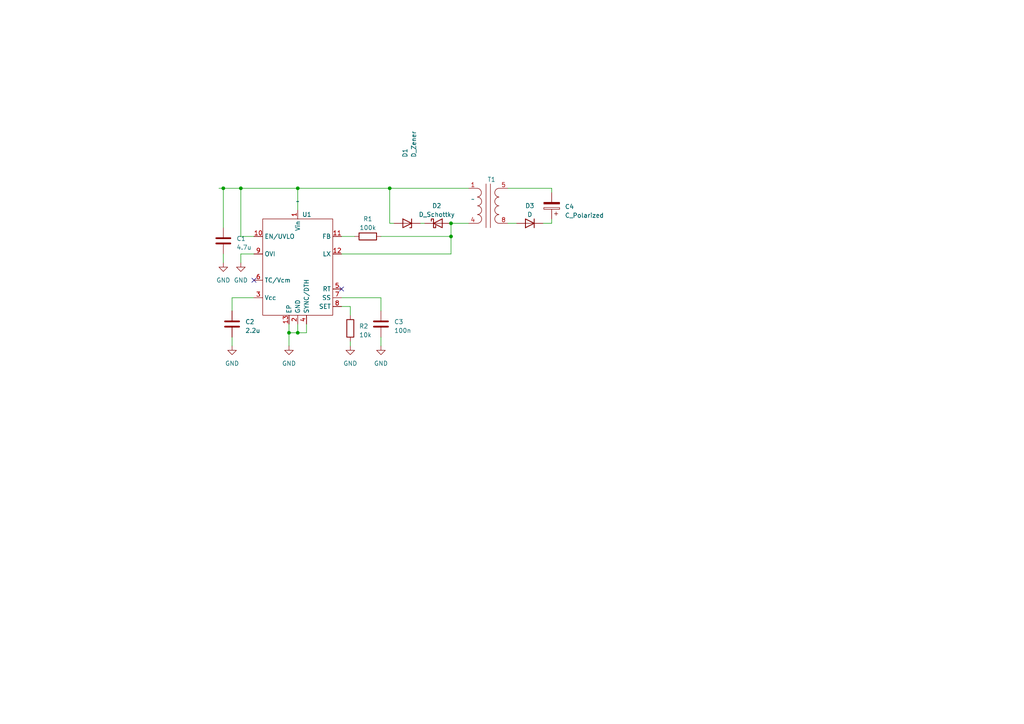
<source format=kicad_sch>
(kicad_sch (version 20230121) (generator eeschema)
  (paper "A4")
  (lib_symbols
    (symbol "Device:C" (pin_numbers hide) (pin_names (offset 0.254))
      (property "Reference" "C" (at 0.635 2.54 0))
      (property "Value" "C" (at 0.635 -2.54 0))
      (symbol "C_0_1"
        (polyline (pts (xy -2.032 -0.762) (xy 2.032 -0.762)) (stroke (width 0.508)))
        (polyline (pts (xy -2.032 0.762) (xy 2.032 0.762)) (stroke (width 0.508)))
      )
      (symbol "C_1_1"
        (pin passive line (at 0 3.81 270) (length 2.794) (name "~") (number "1"))
        (pin passive line (at 0 -3.81 90) (length 2.794) (name "~") (number "2"))
      )
    )
    (symbol "Device:C_Polarized" (pin_numbers hide) (pin_names (offset 0.254))
      (property "Reference" "C" (at 0.635 2.54 0))
      (property "Value" "C_Polarized" (at 0.635 -2.54 0))
      (symbol "C_Polarized_0_1"
        (rectangle (start -2.286 0.508) (end 2.286 1.016))
        (polyline (pts (xy -1.778 2.286) (xy -0.762 2.286)))
        (polyline (pts (xy -1.27 2.794) (xy -1.27 1.778)))
        (rectangle (start 2.286 -0.508) (end -2.286 -1.016) (fill (type outline)))
      )
      (symbol "C_Polarized_1_1"
        (pin passive line (at 0 3.81 270) (length 2.794) (name "~") (number "1"))
        (pin passive line (at 0 -3.81 90) (length 2.794) (name "~") (number "2"))
      )
    )
    (symbol "Device:D" (pin_numbers hide) (pin_names (offset 1.016) hide)
      (property "Reference" "D" (at 0 2.54 0))
      (property "Value" "D" (at 0 -2.54 0))
      (symbol "D_0_1"
        (polyline (pts (xy -1.27 1.27) (xy -1.27 -1.27)) (stroke (width 0.254)))
        (polyline (pts (xy 1.27 0) (xy -1.27 0)))
        (polyline (pts (xy 1.27 1.27) (xy 1.27 -1.27) (xy -1.27 0) (xy 1.27 1.27)) (stroke (width 0.254)))
      )
      (symbol "D_1_1"
        (pin passive line (at -3.81 0 0) (length 2.54) (name "K") (number "1"))
        (pin passive line (at 3.81 0 180) (length 2.54) (name "A") (number "2"))
      )
    )
    (symbol "Device:D_Schottky" (pin_numbers hide) (pin_names (offset 1.016) hide)
      (property "Reference" "D" (at 0 2.54 0))
      (property "Value" "D_Schottky" (at 0 -2.54 0))
      (symbol "D_Schottky_0_1"
        (polyline (pts (xy 1.27 0) (xy -1.27 0)))
        (polyline (pts (xy 1.27 1.27) (xy 1.27 -1.27) (xy -1.27 0) (xy 1.27 1.27)) (stroke (width 0.254)))
        (polyline (pts (xy -1.905 0.635) (xy -1.905 1.27) (xy -1.27 1.27) (xy -1.27 -1.27) (xy -0.635 -1.27) (xy -0.635 -0.635)) (stroke (width 0.254)))
      )
      (symbol "D_Schottky_1_1"
        (pin passive line (at -3.81 0 0) (length 2.54) (name "K") (number "1"))
        (pin passive line (at 3.81 0 180) (length 2.54) (name "A") (number "2"))
      )
    )
    (symbol "Device:D_Zener" (pin_numbers hide) (pin_names (offset 1.016) hide)
      (property "Reference" "D" (at 0 2.54 0))
      (property "Value" "D_Zener" (at 0 -2.54 0))
      (symbol "D_Zener_0_1"
        (polyline (pts (xy 1.27 0) (xy -1.27 0)))
        (polyline (pts (xy -1.27 -1.27) (xy -1.27 1.27) (xy -0.762 1.27)) (stroke (width 0.254)))
        (polyline (pts (xy 1.27 -1.27) (xy 1.27 1.27) (xy -1.27 0) (xy 1.27 -1.27)) (stroke (width 0.254)))
      )
      (symbol "D_Zener_1_1"
        (pin passive line (at -3.81 0 0) (length 2.54) (name "K") (number "1"))
        (pin passive line (at 3.81 0 180) (length 2.54) (name "A") (number "2"))
      )
    )
    (symbol "Device:R" (pin_numbers hide) (pin_names (offset 0))
      (property "Reference" "R" (at 2.032 0 90))
      (property "Value" "R" (at 0 0 90))
      (symbol "R_0_1"
        (rectangle (start -1.016 -2.54) (end 1.016 2.54) (stroke (width 0.254)))
      )
      (symbol "R_1_1"
        (pin passive line (at 0 3.81 270) (length 1.27) (name "~") (number "1"))
        (pin passive line (at 0 -3.81 90) (length 1.27) (name "~") (number "2"))
      )
    )
    (symbol "MEMS_IC:MAX17693A"
      (property "Reference" "U" (at 0 0 0))
      (symbol "MAX17693A_1_1"
        (rectangle (start -10.16 -5.08) (end 10.16 -33.02))
        (pin power_in line (at 0 -2.54 270) (length 2.54) (name "Vin") (number "1"))
        (pin input line (at -12.7 -10.16 0) (length 2.54) (name "EN/UVLO") (number "10"))
        (pin input line (at 12.7 -10.16 180) (length 2.54) (name "FB") (number "11"))
        (pin input line (at 12.7 -15.24 180) (length 2.54) (name "LX") (number "12"))
        (pin power_in line (at -2.54 -35.56 90) (length 2.54) (name "EP") (number "13"))
        (pin power_in line (at 0 -35.56 90) (length 2.54) (name "GND") (number "2"))
        (pin power_out line (at -12.7 -27.94 0) (length 2.54) (name "Vcc") (number "3"))
        (pin input line (at 2.54 -35.56 90) (length 2.54) (name "SYNC/DTH") (number "4"))
        (pin input line (at 12.7 -25.4 180) (length 2.54) (name "RT") (number "5"))
        (pin input line (at -12.7 -22.86 0) (length 2.54) (name "TC/Vcm") (number "6"))
        (pin input line (at 12.7 -27.94 180) (length 2.54) (name "SS") (number "7"))
        (pin input line (at 12.7 -30.48 180) (length 2.54) (name "SET") (number "8"))
        (pin input line (at -12.7 -15.24 0) (length 2.54) (name "OVI") (number "9"))
      )
    )
    (symbol "MEMS_Passive:FA2369"
      (property "Reference" "T" (at 0 -6.35 0))
      (symbol "FA2369_0_1"
        (arc (start -3.81 3.81) (mid -2.6187 5.08) (end -3.81 6.35))
        (arc (start -3.7287 -3.81) (mid -2.5374 -2.54) (end -3.7287 -1.27))
        (arc (start -3.7287 -1.27) (mid -2.5374 0) (end -3.7287 1.27))
        (arc (start -3.7287 1.27) (mid -2.5374 2.54) (end -3.7287 3.81))
        (polyline (pts (xy -1.27 7.62) (xy -1.27 -5.08)))
        (polyline (pts (xy 0 7.62) (xy 0 -5.08)))
        (arc (start 2.4587 -1.27) (mid 1.2674 -2.54) (end 2.4587 -3.81))
        (arc (start 2.4587 1.27) (mid 1.2674 0) (end 2.4587 -1.27))
        (arc (start 2.4587 3.81) (mid 1.2674 2.54) (end 2.4587 1.27))
        (arc (start 2.4587 6.35) (mid 1.2674 5.08) (end 2.4587 3.81))
      )
      (symbol "FA2369_1_1"
        (pin power_in line (at -6.35 6.35 0) (length 2.54) (name "") (number "1"))
        (pin power_in line (at -6.35 -3.81 0) (length 2.54) (name "") (number "4"))
        (pin power_in line (at 5.08 6.35 180) (length 2.54) (name "") (number "5"))
        (pin power_in line (at 5.08 -3.81 180) (length 2.54) (name "") (number "8"))
      )
    )
    (symbol "power:GND" (power) (pin_names (offset 0))
      (property "Value" "GND" (at 0 -3.81 0))
      (symbol "GND_0_1"
        (polyline (pts (xy 0 0) (xy 0 -1.27) (xy 1.27 -1.27) (xy 0 -2.54) (xy -1.27 -1.27) (xy 0 -1.27)))
      )
      (symbol "GND_1_1"
        (pin power_in line (at 0 0 270) (length 0) hide (name "GND") (number "1"))
      )
    )
  )
  (junction (at 69.85 54.61))
  (junction (at 113.03 54.61))
  (junction (at 86.36 54.61))
  (junction (at 130.81 64.77))
  (junction (at 130.81 68.58))
  (junction (at 86.36 96.52))
  (junction (at 64.77 54.61))
  (junction (at 83.82 96.52))
  (no_connect (at 99.06 83.82))
  (no_connect (at 73.66 81.28))
  (wire (pts (xy 101.6 99.06) (xy 101.6 100.33)))
  (wire (pts (xy 86.36 54.61) (xy 113.03 54.61)))
  (wire (pts (xy 86.36 54.61) (xy 86.36 60.96)))
  (wire (pts (xy 86.36 93.98) (xy 86.36 96.52)))
  (wire (pts (xy 69.85 73.66) (xy 73.66 73.66)))
  (wire (pts (xy 69.85 54.61) (xy 86.36 54.61)))
  (wire (pts (xy 67.31 100.33) (xy 67.31 97.79)))
  (wire (pts (xy 99.06 73.66) (xy 130.81 73.66)))
  (wire (pts (xy 110.49 68.58) (xy 130.81 68.58)))
  (wire (pts (xy 101.6 88.9) (xy 99.06 88.9)))
  (wire (pts (xy 64.77 54.61) (xy 69.85 54.61)))
  (wire (pts (xy 130.81 64.77) (xy 130.81 68.58)))
  (wire (pts (xy 160.02 63.5) (xy 160.02 64.77)))
  (wire (pts (xy 149.86 64.77) (xy 147.32 64.77)))
  (wire (pts (xy 99.06 68.58) (xy 102.87 68.58)))
  (wire (pts (xy 147.32 54.61) (xy 160.02 54.61)))
  (wire (pts (xy 67.31 86.36) (xy 73.66 86.36)))
  (wire (pts (xy 130.81 68.58) (xy 130.81 73.66)))
  (wire (pts (xy 113.03 64.77) (xy 114.3 64.77)))
  (wire (pts (xy 113.03 54.61) (xy 113.03 64.77)))
  (wire (pts (xy 101.6 91.44) (xy 101.6 88.9)))
  (wire (pts (xy 110.49 100.33) (xy 110.49 97.79)))
  (wire (pts (xy 64.77 76.2) (xy 64.77 73.66)))
  (wire (pts (xy 64.77 66.04) (xy 64.77 54.61)))
  (wire (pts (xy 69.85 76.2) (xy 69.85 73.66)))
  (wire (pts (xy 88.9 93.98) (xy 88.9 96.52)))
  (wire (pts (xy 83.82 93.98) (xy 83.82 96.52)))
  (wire (pts (xy 86.36 96.52) (xy 88.9 96.52)))
  (wire (pts (xy 83.82 100.33) (xy 83.82 96.52)))
  (wire (pts (xy 63.5 54.61) (xy 64.77 54.61)))
  (wire (pts (xy 130.81 64.77) (xy 135.89 64.77)))
  (wire (pts (xy 67.31 90.17) (xy 67.31 86.36)))
  (wire (pts (xy 110.49 86.36) (xy 99.06 86.36)))
  (wire (pts (xy 83.82 96.52) (xy 86.36 96.52)))
  (wire (pts (xy 69.85 68.58) (xy 69.85 54.61)))
  (wire (pts (xy 113.03 54.61) (xy 135.89 54.61)))
  (wire (pts (xy 73.66 68.58) (xy 69.85 68.58)))
  (wire (pts (xy 160.02 64.77) (xy 157.48 64.77)))
  (wire (pts (xy 110.49 90.17) (xy 110.49 86.36)))
  (wire (pts (xy 121.92 64.77) (xy 123.19 64.77)))
  (wire (pts (xy 160.02 54.61) (xy 160.02 55.88)))
  (symbol (lib_id "MEMS_Passive:FA2369") (at 142.24 60.96 0) (unit 1)
    (property "Reference" "T1" (at 142.5575 52.07 0))
    (property "Value" "~" (at 137.16 57.785 0))
    (property "Footprint" "MEMS_Passive:FA2369-AL" (effects hide))
  )
  (symbol (lib_id "power:GND") (at 101.6 100.33 0) (unit 1)
    (property "Reference" "#PWR05" (effects hide))
    (property "Value" "GND" (at 101.6 105.41 0))
  )
  (symbol (lib_id "Device:R") (at 106.68 68.58 90) (unit 1)
    (property "Reference" "R1" (at 106.68 63.5 90))
    (property "Value" "100k" (at 106.68 66.04 90))
    (property "Footprint" "Resistor_SMD:R_0805_2012Metric_Pad1.20x1.40mm_HandSolder" (effects hide))
  )
  (symbol (lib_id "power:GND") (at 69.85 76.2 0) (unit 1)
    (property "Reference" "#PWR03" (effects hide))
    (property "Value" "GND" (at 69.85 81.28 0))
  )
  (symbol (lib_id "Device:D") (at 153.67 64.77 180) (unit 1)
    (property "Reference" "D3" (at 153.67 59.69 0))
    (property "Value" "D" (at 153.67 62.23 0))
    (property "Footprint" "Diode_SMD:D_SMA" (effects hide))
    (property "Sim.Device" "D" (effects hide))
    (property "Sim.Pins" "1=K 2=A" (effects hide))
  )
  (symbol (lib_id "Device:C_Polarized") (at 160.02 59.69 180) (unit 1)
    (property "Reference" "C4" (at 163.83 59.944 0) (effects (justify right)))
    (property "Value" "C_Polarized" (at 163.83 62.484 0) (effects (justify right)))
    (property "Footprint" "Capacitor_SMD:CP_Elec_6.3x5.9" (effects hide))
  )
  (symbol (lib_id "Device:D_Schottky") (at 127 64.77 0) (unit 1)
    (property "Reference" "D2" (at 126.6825 59.69 0))
    (property "Value" "D_Schottky" (at 126.6825 62.23 0))
    (property "Footprint" "Diode_SMD:D_SMA" (effects hide))
  )
  (symbol (lib_id "Device:C") (at 110.49 93.98 0) (unit 1)
    (property "Reference" "C3" (at 114.3 93.345 0) (effects (justify left)))
    (property "Value" "100n" (at 114.3 95.885 0) (effects (justify left)))
    (property "Footprint" "Capacitor_SMD:C_0805_2012Metric_Pad1.18x1.45mm_HandSolder" (effects hide))
  )
  (symbol (lib_id "Device:D_Zener") (at 118.11 64.77 180) (unit 1)
    (property "Reference" "D1" (at 117.475 45.72 90) (effects (justify right)))
    (property "Value" "D_Zener" (at 120.015 45.72 90) (effects (justify right)))
    (property "Footprint" "Diode_SMD:D_SMA" (effects hide))
  )
  (symbol (lib_id "Device:C") (at 67.31 93.98 0) (unit 1)
    (property "Reference" "C2" (at 71.12 93.345 0) (effects (justify left)))
    (property "Value" "2.2u" (at 71.12 95.885 0) (effects (justify left)))
    (property "Footprint" "Capacitor_SMD:C_0805_2012Metric_Pad1.18x1.45mm_HandSolder" (effects hide))
  )
  (symbol (lib_id "Device:C") (at 64.77 69.85 0) (unit 1)
    (property "Reference" "C1" (at 68.58 69.215 0) (effects (justify left)))
    (property "Value" "4.7u" (at 68.58 71.755 0) (effects (justify left)))
    (property "Footprint" "Capacitor_SMD:C_0805_2012Metric_Pad1.18x1.45mm_HandSolder" (effects hide))
  )
  (symbol (lib_id "MEMS_IC:MAX17693A") (at 86.36 58.42 0) (unit 1)
    (property "Reference" "U1" (at 87.63 62.23 0) (effects (justify left)))
    (property "Value" "~" (at 86.36 58.42 0))
    (property "Footprint" "MEMS_IC:TDFN12L 3x3" (effects hide))
  )
  (symbol (lib_id "power:GND") (at 67.31 100.33 0) (unit 1)
    (property "Reference" "#PWR04" (effects hide))
    (property "Value" "GND" (at 67.31 105.41 0))
  )
  (symbol (lib_id "Device:R") (at 101.6 95.25 180) (unit 1)
    (property "Reference" "R2" (at 104.14 94.615 0) (effects (justify right)))
    (property "Value" "10k" (at 104.14 97.155 0) (effects (justify right)))
    (property "Footprint" "Resistor_SMD:R_0805_2012Metric_Pad1.20x1.40mm_HandSolder" (effects hide))
  )
  (symbol (lib_id "power:GND") (at 83.82 100.33 0) (unit 1)
    (property "Reference" "#PWR01" (effects hide))
    (property "Value" "GND" (at 83.82 105.41 0))
  )
  (symbol (lib_id "power:GND") (at 110.49 100.33 0) (unit 1)
    (property "Reference" "#PWR06" (effects hide))
    (property "Value" "GND" (at 110.49 105.41 0))
  )
  (symbol (lib_id "power:GND") (at 64.77 76.2 0) (unit 1)
    (property "Reference" "#PWR02" (effects hide))
    (property "Value" "GND" (at 64.77 81.28 0))
  )
)
</source>
